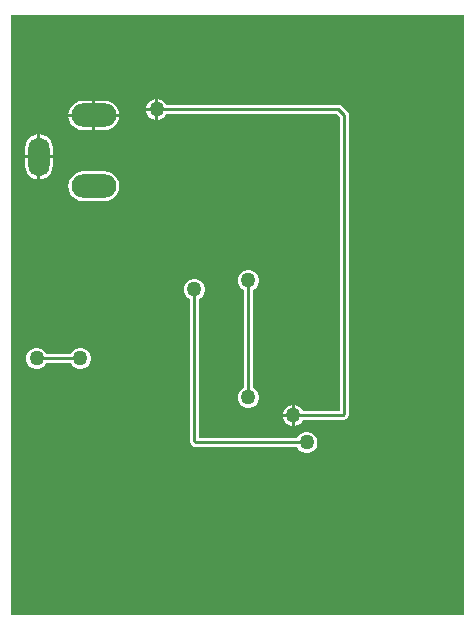
<source format=gbl>
G04*
G04 #@! TF.GenerationSoftware,Altium Limited,Altium Designer,23.5.1 (21)*
G04*
G04 Layer_Physical_Order=2*
G04 Layer_Color=16711680*
%FSLAX44Y44*%
%MOMM*%
G71*
G04*
G04 #@! TF.SameCoordinates,ED751DBE-17B5-46BE-BD0A-66C7010D1C8E*
G04*
G04*
G04 #@! TF.FilePolarity,Positive*
G04*
G01*
G75*
%ADD15C,0.2540*%
%ADD26O,3.8000X2.0000*%
%ADD27O,1.8000X3.3000*%
%ADD28C,1.2700*%
G36*
X383540D02*
X0D01*
Y508000D01*
X383540D01*
Y0D01*
D02*
G37*
%LPC*%
G36*
X121920Y436853D02*
X119759Y436274D01*
X117731Y435104D01*
X116076Y433449D01*
X114906Y431421D01*
X114327Y429260D01*
X121920D01*
Y436853D01*
D02*
G37*
G36*
X78850Y435558D02*
X71120D01*
Y424180D01*
X91331D01*
X91067Y426184D01*
X89804Y429234D01*
X87794Y431854D01*
X85174Y433864D01*
X82124Y435127D01*
X78850Y435558D01*
D02*
G37*
G36*
X68580D02*
X60850D01*
X57576Y435127D01*
X54526Y433864D01*
X51906Y431854D01*
X49896Y429234D01*
X48633Y426184D01*
X48369Y424180D01*
X68580D01*
Y435558D01*
D02*
G37*
G36*
X121920Y426720D02*
X114327D01*
X114906Y424559D01*
X116076Y422531D01*
X117731Y420876D01*
X119759Y419706D01*
X121920Y419127D01*
Y426720D01*
D02*
G37*
G36*
X91331Y421640D02*
X71120D01*
Y410262D01*
X78850D01*
X82124Y410693D01*
X85174Y411956D01*
X87794Y413966D01*
X89804Y416586D01*
X91067Y419636D01*
X91331Y421640D01*
D02*
G37*
G36*
X68580D02*
X48369D01*
X48633Y419636D01*
X49896Y416586D01*
X51906Y413966D01*
X54526Y411956D01*
X57576Y410693D01*
X60850Y410262D01*
X68580D01*
Y421640D01*
D02*
G37*
G36*
X24620Y406882D02*
Y389180D01*
X34990D01*
Y395410D01*
X34593Y398423D01*
X33430Y401230D01*
X31580Y403640D01*
X29170Y405490D01*
X26363Y406653D01*
X24620Y406882D01*
D02*
G37*
G36*
X22080D02*
X20337Y406653D01*
X17530Y405490D01*
X15120Y403640D01*
X13270Y401230D01*
X12107Y398423D01*
X11710Y395410D01*
Y389180D01*
X22080D01*
Y406882D01*
D02*
G37*
G36*
X34990Y386640D02*
X24620D01*
Y368938D01*
X26363Y369167D01*
X29170Y370330D01*
X31580Y372180D01*
X33430Y374590D01*
X34593Y377397D01*
X34990Y380410D01*
Y386640D01*
D02*
G37*
G36*
X22080D02*
X11710D01*
Y380410D01*
X12107Y377397D01*
X13270Y374590D01*
X15120Y372180D01*
X17530Y370330D01*
X20337Y369167D01*
X22080Y368938D01*
Y386640D01*
D02*
G37*
G36*
X78850Y375558D02*
X60850D01*
X57576Y375127D01*
X54526Y373864D01*
X51906Y371854D01*
X49896Y369234D01*
X48633Y366184D01*
X48202Y362910D01*
X48633Y359636D01*
X49896Y356586D01*
X51906Y353966D01*
X54526Y351956D01*
X57576Y350693D01*
X60850Y350262D01*
X78850D01*
X82124Y350693D01*
X85174Y351956D01*
X87794Y353966D01*
X89804Y356586D01*
X91067Y359636D01*
X91498Y362910D01*
X91067Y366184D01*
X89804Y369234D01*
X87794Y371854D01*
X85174Y373864D01*
X82124Y375127D01*
X78850Y375558D01*
D02*
G37*
G36*
X59590Y226060D02*
X57250D01*
X54989Y225454D01*
X52961Y224284D01*
X51306Y222629D01*
X50398Y221055D01*
X29613D01*
X28704Y222629D01*
X27049Y224284D01*
X25021Y225454D01*
X22760Y226060D01*
X20420D01*
X18159Y225454D01*
X16131Y224284D01*
X14476Y222629D01*
X13306Y220601D01*
X12700Y218340D01*
Y216000D01*
X13306Y213739D01*
X14476Y211711D01*
X16131Y210056D01*
X18159Y208886D01*
X20420Y208280D01*
X22760D01*
X25021Y208886D01*
X27049Y210056D01*
X28704Y211711D01*
X29613Y213285D01*
X50398D01*
X51306Y211711D01*
X52961Y210056D01*
X54989Y208886D01*
X57250Y208280D01*
X59590D01*
X61851Y208886D01*
X63879Y210056D01*
X65534Y211711D01*
X66704Y213739D01*
X67310Y216000D01*
Y218340D01*
X66704Y220601D01*
X65534Y222629D01*
X63879Y224284D01*
X61851Y225454D01*
X59590Y226060D01*
D02*
G37*
G36*
X201830Y292100D02*
X199490D01*
X197229Y291494D01*
X195201Y290324D01*
X193546Y288669D01*
X192376Y286641D01*
X191770Y284380D01*
Y282040D01*
X192376Y279779D01*
X193546Y277751D01*
X195201Y276096D01*
X196775Y275187D01*
Y192173D01*
X195201Y191264D01*
X193546Y189609D01*
X192376Y187581D01*
X191770Y185320D01*
Y182980D01*
X192376Y180719D01*
X193546Y178691D01*
X195201Y177036D01*
X197229Y175866D01*
X199490Y175260D01*
X201830D01*
X204091Y175866D01*
X206119Y177036D01*
X207774Y178691D01*
X208944Y180719D01*
X209550Y182980D01*
Y185320D01*
X208944Y187581D01*
X207774Y189609D01*
X206119Y191264D01*
X204545Y192173D01*
Y275187D01*
X206119Y276096D01*
X207774Y277751D01*
X208944Y279779D01*
X209550Y282040D01*
Y284380D01*
X208944Y286641D01*
X207774Y288669D01*
X206119Y290324D01*
X204091Y291494D01*
X201830Y292100D01*
D02*
G37*
G36*
X124460Y436853D02*
Y427990D01*
Y419127D01*
X126621Y419706D01*
X128649Y420876D01*
X130304Y422531D01*
X131213Y424105D01*
X275251D01*
X278055Y421301D01*
Y172795D01*
X246782D01*
X245874Y174369D01*
X244219Y176024D01*
X242191Y177194D01*
X240030Y177773D01*
Y168910D01*
Y160047D01*
X242191Y160626D01*
X244219Y161796D01*
X245874Y163451D01*
X246782Y165025D01*
X280452D01*
X281939Y165321D01*
X283199Y166163D01*
X284687Y167651D01*
X285529Y168911D01*
X285825Y170398D01*
Y422910D01*
X285529Y424397D01*
X284687Y425657D01*
X279607Y430737D01*
X278347Y431579D01*
X276860Y431875D01*
X131213D01*
X130304Y433449D01*
X128649Y435104D01*
X126621Y436274D01*
X124460Y436853D01*
D02*
G37*
G36*
X237490Y177773D02*
X235329Y177194D01*
X233301Y176024D01*
X231646Y174369D01*
X230476Y172341D01*
X229897Y170180D01*
X237490D01*
Y177773D01*
D02*
G37*
G36*
Y167640D02*
X229897D01*
X230476Y165479D01*
X231646Y163451D01*
X233301Y161796D01*
X235329Y160626D01*
X237490Y160047D01*
Y167640D01*
D02*
G37*
G36*
X156110Y284480D02*
X153770D01*
X151509Y283874D01*
X149481Y282704D01*
X147826Y281049D01*
X146656Y279021D01*
X146050Y276760D01*
Y274420D01*
X146656Y272159D01*
X147826Y270131D01*
X149481Y268476D01*
X151055Y267568D01*
Y147538D01*
X151351Y146051D01*
X152193Y144791D01*
X153681Y143303D01*
X154941Y142461D01*
X156428Y142165D01*
X242167D01*
X243076Y140591D01*
X244731Y138936D01*
X246759Y137766D01*
X249020Y137160D01*
X251360D01*
X253621Y137766D01*
X255649Y138936D01*
X257304Y140591D01*
X258474Y142619D01*
X259080Y144880D01*
Y147220D01*
X258474Y149481D01*
X257304Y151509D01*
X255649Y153164D01*
X253621Y154334D01*
X251360Y154940D01*
X249020D01*
X246759Y154334D01*
X244731Y153164D01*
X243076Y151509D01*
X242167Y149935D01*
X158825D01*
Y267568D01*
X160399Y268476D01*
X162054Y270131D01*
X163224Y272159D01*
X163830Y274420D01*
Y276760D01*
X163224Y279021D01*
X162054Y281049D01*
X160399Y282704D01*
X158371Y283874D01*
X156110Y284480D01*
D02*
G37*
%LPD*%
D15*
X276860Y427990D02*
X281940Y422910D01*
X238760Y168910D02*
X280452D01*
X281940Y170398D01*
Y422910D01*
X154940Y147538D02*
Y275590D01*
X156428Y146050D02*
X250190D01*
X154940Y147538D02*
X156428Y146050D01*
X123190Y427990D02*
X276860D01*
X21590Y217170D02*
X58420D01*
X200660Y184150D02*
Y283210D01*
D26*
X69850Y362910D02*
D03*
Y422910D02*
D03*
D27*
X23350Y387910D02*
D03*
D28*
X250190Y146050D02*
D03*
X154940Y275590D02*
D03*
X238760Y168910D02*
D03*
X58420Y217170D02*
D03*
X21590D02*
D03*
X200660Y283210D02*
D03*
Y184150D02*
D03*
X123190Y427990D02*
D03*
M02*

</source>
